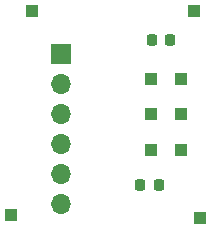
<source format=gbr>
G04 #@! TF.GenerationSoftware,KiCad,Pcbnew,8.0.01-1-dev-1e03266dfe*
G04 #@! TF.CreationDate,2024-03-02T01:41:00-08:00*
G04 #@! TF.ProjectId,sfh7070_breakoutboard,73666837-3037-4305-9f62-7265616b6f75,rev?*
G04 #@! TF.SameCoordinates,Original*
G04 #@! TF.FileFunction,Soldermask,Top*
G04 #@! TF.FilePolarity,Negative*
%FSLAX46Y46*%
G04 Gerber Fmt 4.6, Leading zero omitted, Abs format (unit mm)*
G04 Created by KiCad (PCBNEW 8.0.01-1-dev-1e03266dfe) date 2024-03-02 01:41:00*
%MOMM*%
%LPD*%
G01*
G04 APERTURE LIST*
G04 Aperture macros list*
%AMRoundRect*
0 Rectangle with rounded corners*
0 $1 Rounding radius*
0 $2 $3 $4 $5 $6 $7 $8 $9 X,Y pos of 4 corners*
0 Add a 4 corners polygon primitive as box body*
4,1,4,$2,$3,$4,$5,$6,$7,$8,$9,$2,$3,0*
0 Add four circle primitives for the rounded corners*
1,1,$1+$1,$2,$3*
1,1,$1+$1,$4,$5*
1,1,$1+$1,$6,$7*
1,1,$1+$1,$8,$9*
0 Add four rect primitives between the rounded corners*
20,1,$1+$1,$2,$3,$4,$5,0*
20,1,$1+$1,$4,$5,$6,$7,0*
20,1,$1+$1,$6,$7,$8,$9,0*
20,1,$1+$1,$8,$9,$2,$3,0*%
G04 Aperture macros list end*
%ADD10R,1.700000X1.700000*%
%ADD11O,1.700000X1.700000*%
%ADD12R,1.000000X1.000000*%
%ADD13RoundRect,0.225000X-0.225000X-0.250000X0.225000X-0.250000X0.225000X0.250000X-0.225000X0.250000X0*%
%ADD14R,1.092200X1.092200*%
G04 APERTURE END LIST*
D10*
X26250000Y-23170000D03*
D11*
X26250000Y-25710000D03*
X26250000Y-28250000D03*
X26250000Y-30790000D03*
X26250000Y-33330000D03*
X26250000Y-35870000D03*
D12*
X38000000Y-37000000D03*
X37500000Y-19500000D03*
D13*
X33950000Y-22000000D03*
X35500000Y-22000000D03*
D12*
X22000000Y-36750000D03*
D14*
X36403351Y-25250001D03*
X36403351Y-28250000D03*
X36403351Y-31249999D03*
X33888751Y-31249999D03*
X33888751Y-28250000D03*
X33888751Y-25250001D03*
D13*
X32950000Y-34250000D03*
X34500000Y-34250000D03*
D12*
X23750000Y-19500000D03*
M02*

</source>
